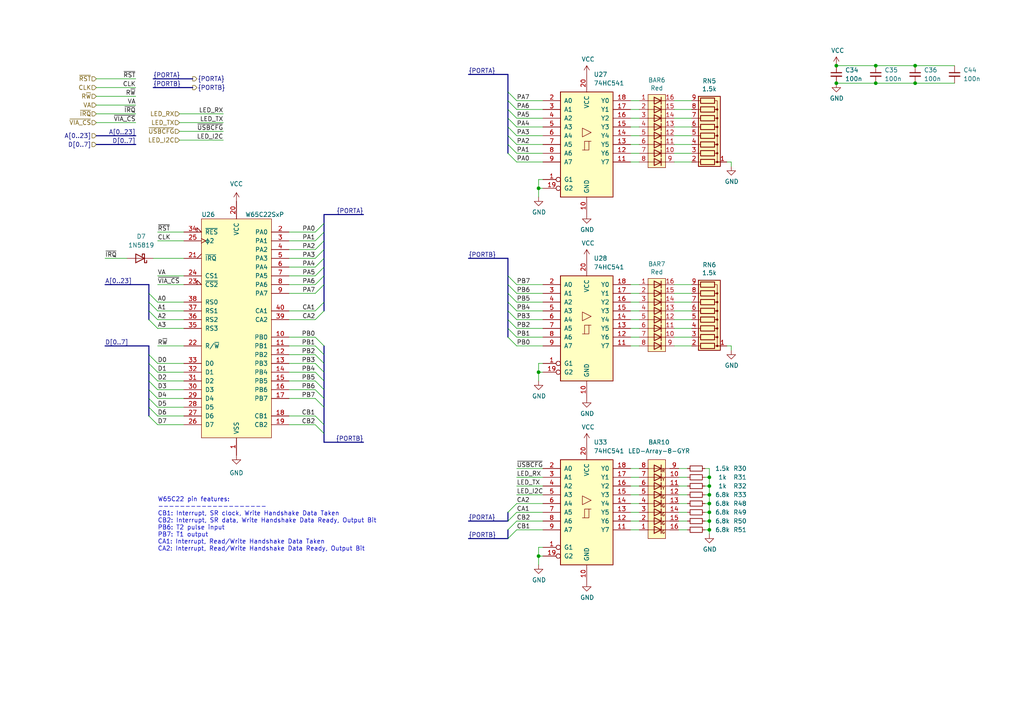
<source format=kicad_sch>
(kicad_sch (version 20250114) (generator "eeschema") (generator_version "9.0")
  (paper "A4")
  (title_block (title "GPIO module") (date "2023-05-23") (rev "A.32") (comment 2 "https://github.com/adrienkohlbecker/BB816") (comment 3 "Licensed under CERN-OHL-W v2") (comment 4 "Copyright © 2022-2023 Adrien Kohlbecker"))
  (lib_symbols
    (symbol "74xx:74LS541" (pin_names (offset 1.016))
      (property "Reference" "U" (at -7.62 16.51 0))
      (property "Value" "74LS541" (at -7.62 -16.51 0))
      (symbol "74LS541_1_0"
        (polyline (pts (xy -1.27 -1.6002) (xy 0.635 -1.6002) (xy 0.635 0.9398) (xy 1.27 0.9398)))
        (polyline (pts (xy -0.635 -1.6002) (xy -0.635 0.9398) (xy 0.635 0.9398)))
        (polyline (pts (xy 1.27 3.4798) (xy -1.27 4.7498) (xy -1.27 2.2098) (xy 1.27 3.4798)) (stroke (width 0.1524)))
        (pin input line (at -12.7 12.7 0) (length 5.08) (name "A0") (number "2"))
        (pin input line (at -12.7 10.16 0) (length 5.08) (name "A1") (number "3"))
        (pin input line (at -12.7 7.62 0) (length 5.08) (name "A2") (number "4"))
        (pin input line (at -12.7 5.08 0) (length 5.08) (name "A3") (number "5"))
        (pin input line (at -12.7 2.54 0) (length 5.08) (name "A4") (number "6"))
        (pin input line (at -12.7 0 0) (length 5.08) (name "A5") (number "7"))
        (pin input line (at -12.7 -2.54 0) (length 5.08) (name "A6") (number "8"))
        (pin input line (at -12.7 -5.08 0) (length 5.08) (name "A7") (number "9"))
        (pin input inverted (at -12.7 -10.16 0) (length 5.08) (name "G1") (number "1"))
        (pin input inverted (at -12.7 -12.7 0) (length 5.08) (name "G2") (number "19"))
        (pin power_in line (at 0 20.32 270) (length 5.08) (name "VCC") (number "20"))
        (pin power_in line (at 0 -20.32 90) (length 5.08) (name "GND") (number "10"))
        (pin tri_state line (at 12.7 12.7 180) (length 5.08) (name "Y0") (number "18"))
        (pin tri_state line (at 12.7 10.16 180) (length 5.08) (name "Y1") (number "17"))
        (pin tri_state line (at 12.7 7.62 180) (length 5.08) (name "Y2") (number "16"))
        (pin tri_state line (at 12.7 5.08 180) (length 5.08) (name "Y3") (number "15"))
        (pin tri_state line (at 12.7 2.54 180) (length 5.08) (name "Y4") (number "14"))
        (pin tri_state line (at 12.7 0 180) (length 5.08) (name "Y5") (number "13"))
        (pin tri_state line (at 12.7 -2.54 180) (length 5.08) (name "Y6") (number "12"))
        (pin tri_state line (at 12.7 -5.08 180) (length 5.08) (name "Y7") (number "11"))
      )
      (symbol "74LS541_1_1"
        (rectangle (start -7.62 15.24) (end 7.62 -15.24) (stroke (width 0.254)) (fill (type background)))
      )
    )
    (symbol "BB816:LED-Array-8" (pin_names (offset 1.016) (hide yes))
      (property "Reference" "BAR" (at 0 11.938 0))
      (property "Value" "LED-Array-8" (at 0.762 -12.065 0))
      (symbol "LED-Array-8_0_1"
        (polyline (pts (xy -2.54 8.89) (xy 2.54 8.89)))
        (polyline (pts (xy -2.54 6.35) (xy 2.54 6.35)))
        (polyline (pts (xy -2.54 3.81) (xy 2.54 3.81)))
        (polyline (pts (xy -2.54 -1.27) (xy 2.54 -1.27)))
        (polyline (pts (xy -2.54 -6.35) (xy 2.54 -6.35)))
        (polyline (pts (xy -2.54 -8.89) (xy 2.54 -8.89)))
        (polyline (pts (xy -0.762 9.906) (xy -0.762 7.874) (xy 1.27 8.89) (xy -0.762 9.906)) (stroke (width 0.254)))
        (polyline (pts (xy -0.762 7.366) (xy -0.762 5.334) (xy 1.27 6.35) (xy -0.762 7.366)) (stroke (width 0.254)))
        (polyline (pts (xy -0.762 4.826) (xy -0.762 2.794) (xy 1.27 3.81) (xy -0.762 4.826)) (stroke (width 0.254)))
        (polyline (pts (xy -0.762 2.286) (xy -0.762 0.254) (xy 1.27 1.27) (xy -0.762 2.286)) (stroke (width 0.254)))
        (polyline (pts (xy -0.762 -0.254) (xy -0.762 -2.286) (xy 1.27 -1.27) (xy -0.762 -0.254)) (stroke (width 0.254)))
        (polyline (pts (xy -0.762 -2.794) (xy -0.762 -4.826) (xy 1.27 -3.81) (xy -0.762 -2.794)) (stroke (width 0.254)))
        (polyline (pts (xy -0.762 -5.334) (xy -0.762 -7.366) (xy 1.27 -6.35) (xy -0.762 -5.334)) (stroke (width 0.254)))
        (polyline (pts (xy -0.762 -7.874) (xy -0.762 -9.906) (xy 1.27 -8.89) (xy -0.762 -7.874)) (stroke (width 0.254)))
        (polyline (pts (xy 1.27 9.906) (xy 1.27 7.874)) (stroke (width 0.254)))
        (polyline (pts (xy 1.27 7.366) (xy 1.27 5.334)) (stroke (width 0.254)))
        (polyline (pts (xy 1.27 4.826) (xy 1.27 2.794)) (stroke (width 0.254)))
        (polyline (pts (xy 1.27 2.286) (xy 1.27 0.254)) (stroke (width 0.254)))
        (polyline (pts (xy 1.27 -0.254) (xy 1.27 -2.286)) (stroke (width 0.254)))
        (polyline (pts (xy 1.27 -2.794) (xy 1.27 -4.826)) (stroke (width 0.254)))
        (polyline (pts (xy 1.27 -5.334) (xy 1.27 -7.366)) (stroke (width 0.254)))
        (polyline (pts (xy 1.27 -7.874) (xy 1.27 -9.906)) (stroke (width 0.254)))
        (rectangle (start 2.54 10.668) (end -2.54 -10.541) (fill (type background)))
        (polyline (pts (xy 2.54 1.27) (xy -2.54 1.27)))
        (polyline (pts (xy 2.54 -3.81) (xy -2.54 -3.81)))
      )
      (symbol "LED-Array-8_1_1"
        (pin passive line (at -5.08 8.89 0) (length 2.54) (name "A") (number "1"))
        (pin passive line (at -5.08 6.35 0) (length 2.54) (name "A") (number "2"))
        (pin passive line (at -5.08 3.81 0) (length 2.54) (name "A") (number "3"))
        (pin passive line (at -5.08 1.27 0) (length 2.54) (name "A") (number "4"))
        (pin passive line (at -5.08 -1.27 0) (length 2.54) (name "A") (number "5"))
        (pin passive line (at -5.08 -3.81 0) (length 2.54) (name "A") (number "6"))
        (pin passive line (at -5.08 -6.35 0) (length 2.54) (name "A") (number "7"))
        (pin passive line (at -5.08 -8.89 0) (length 2.54) (name "A") (number "8"))
        (pin passive line (at 5.08 8.89 180) (length 2.54) (name "K") (number "16"))
        (pin passive line (at 5.08 6.35 180) (length 2.54) (name "K") (number "15"))
        (pin passive line (at 5.08 3.81 180) (length 2.54) (name "K") (number "14"))
        (pin passive line (at 5.08 1.27 180) (length 2.54) (name "K") (number "13"))
        (pin passive line (at 5.08 -1.27 180) (length 2.54) (name "K") (number "12"))
        (pin passive line (at 5.08 -3.81 180) (length 2.54) (name "K") (number "11"))
        (pin passive line (at 5.08 -6.35 180) (length 2.54) (name "K") (number "10"))
        (pin passive line (at 5.08 -8.89 180) (length 2.54) (name "K") (number "9"))
      )
    )
    (symbol "BB816:LED-Array-8-GYR" (pin_names (offset 1.016) (hide yes))
      (property "Reference" "BAR" (at 0 11.938 0))
      (property "Value" "LED-Array-8-GYR" (at 1.27 -17.78 0))
      (symbol "LED-Array-8-GYR_0_0"
        (rectangle (start -2.54 8.89) (end 2.54 -13.97) (fill (type background)))
        (text "G" (at 1.905 6.985 0) (effects (font (size 0.9 0.9))))
        (text "G" (at 1.905 4.445 0) (effects (font (size 0.9 0.9))))
        (text "G" (at 1.905 1.905 0) (effects (font (size 0.9 0.9))))
        (text "G" (at 1.905 -0.635 0) (effects (font (size 0.9 0.9))))
        (text "G" (at 1.905 -3.175 0) (effects (font (size 0.9 0.9))))
        (text "Y" (at 1.905 -5.715 0) (effects (font (size 0.9 0.9))))
        (text "Y" (at 1.905 -8.255 0) (effects (font (size 0.9 0.9))))
        (text "R" (at 1.905 -10.795 0) (effects (font (size 0.9 0.9))))
      )
      (symbol "LED-Array-8-GYR_0_1"
        (polyline (pts (xy -2.54 6.35) (xy 3.81 6.35)))
        (polyline (pts (xy -2.54 3.81) (xy 3.81 3.81)))
        (polyline (pts (xy -2.54 -1.27) (xy 3.81 -1.27)))
        (polyline (pts (xy -2.54 -6.35) (xy 3.81 -6.35)))
        (polyline (pts (xy -2.54 -8.89) (xy 3.81 -8.89)))
        (polyline (pts (xy -2.54 -11.43) (xy 3.81 -11.43)))
        (polyline (pts (xy -0.762 7.366) (xy -0.762 5.334) (xy 1.27 6.35) (xy -0.762 7.366)) (stroke (width 0.254)))
        (polyline (pts (xy -0.762 4.826) (xy -0.762 2.794) (xy 1.27 3.81) (xy -0.762 4.826)) (stroke (width 0.254)))
        (polyline (pts (xy -0.762 2.286) (xy -0.762 0.254) (xy 1.27 1.27) (xy -0.762 2.286)) (stroke (width 0.254)))
        (polyline (pts (xy -0.762 -0.254) (xy -0.762 -2.286) (xy 1.27 -1.27) (xy -0.762 -0.254)) (stroke (width 0.254)))
        (polyline (pts (xy -0.762 -2.794) (xy -0.762 -4.826) (xy 1.27 -3.81) (xy -0.762 -2.794)) (stroke (width 0.254)))
        (polyline (pts (xy -0.762 -5.334) (xy -0.762 -7.366) (xy 1.27 -6.35) (xy -0.762 -5.334)) (stroke (width 0.254)))
        (polyline (pts (xy -0.762 -7.874) (xy -0.762 -9.906) (xy 1.27 -8.89) (xy -0.762 -7.874)) (stroke (width 0.254)))
        (polyline (pts (xy -0.762 -10.414) (xy -0.762 -12.446) (xy 1.27 -11.43) (xy -0.762 -10.414)) (stroke (width 0.254)))
        (polyline (pts (xy 1.27 7.366) (xy 1.27 5.334)) (stroke (width 0.254)))
        (polyline (pts (xy 1.27 4.826) (xy 1.27 2.794)) (stroke (width 0.254)))
        (polyline (pts (xy 1.27 2.286) (xy 1.27 0.254)) (stroke (width 0.254)))
        (polyline (pts (xy 1.27 -0.254) (xy 1.27 -2.286)) (stroke (width 0.254)))
        (polyline (pts (xy 1.27 -2.794) (xy 1.27 -4.826)) (stroke (width 0.254)))
        (polyline (pts (xy 1.27 -5.334) (xy 1.27 -7.366)) (stroke (width 0.254)))
        (polyline (pts (xy 1.27 -7.874) (xy 1.27 -9.906)) (stroke (width 0.254)))
        (polyline (pts (xy 1.27 -10.414) (xy 1.27 -12.446)) (stroke (width 0.254)))
        (polyline (pts (xy 3.81 1.27) (xy -2.54 1.27)))
        (polyline (pts (xy 3.81 -3.81) (xy -2.54 -3.81)))
      )
      (symbol "LED-Array-8-GYR_1_1"
        (pin passive line (at -5.08 6.35 0) (length 2.54) (name "A") (number "1"))
        (pin passive line (at -5.08 3.81 0) (length 2.54) (name "A") (number "2"))
        (pin passive line (at -5.08 1.27 0) (length 2.54) (name "A") (number "3"))
        (pin passive line (at -5.08 -1.27 0) (length 2.54) (name "A") (number "4"))
        (pin passive line (at -5.08 -3.81 0) (length 2.54) (name "A") (number "5"))
        (pin passive line (at -5.08 -6.35 0) (length 2.54) (name "A") (number "6"))
        (pin passive line (at -5.08 -8.89 0) (length 2.54) (name "A") (number "7"))
        (pin passive line (at -5.08 -11.43 0) (length 2.54) (name "A") (number "8"))
        (pin passive line (at 6.35 6.35 180) (length 2.54) (name "K") (number "16"))
        (pin passive line (at 6.35 3.81 180) (length 2.54) (name "K") (number "15"))
        (pin passive line (at 6.35 1.27 180) (length 2.54) (name "K") (number "14"))
        (pin passive line (at 6.35 -1.27 180) (length 2.54) (name "K") (number "13"))
        (pin passive line (at 6.35 -3.81 180) (length 2.54) (name "K") (number "12"))
        (pin passive line (at 6.35 -6.35 180) (length 2.54) (name "K") (number "11"))
        (pin passive line (at 6.35 -8.89 180) (length 2.54) (name "K") (number "10"))
        (pin passive line (at 6.35 -11.43 180) (length 2.54) (name "K") (number "9"))
      )
    )
    (symbol "BB816:W65C22SxP" (pin_names (offset 1.016))
      (property "Reference" "U" (at -10.16 33.02 0))
      (property "Value" "W65C22SxP" (at 0 0 90))
      (symbol "W65C22SxP_0_1"
        (rectangle (start -10.16 31.75) (end 10.16 -31.75) (fill (type background)))
      )
      (symbol "W65C22SxP_1_1"
        (pin input input_low (at -15.24 27.94 0) (length 5.08) (name "~{RES}") (number "34"))
        (pin input clock (at -15.24 25.4 0) (length 5.08) (name "ϕ2") (number "25"))
        (pin output output_low (at -15.24 20.32 0) (length 5.08) (name "~{IRQ}") (number "21"))
        (pin input line (at -15.24 15.24 0) (length 5.08) (name "CS1") (number "24"))
        (pin input input_low (at -15.24 12.7 0) (length 5.08) (name "~{CS2}") (number "23"))
        (pin input line (at -15.24 7.62 0) (length 5.08) (name "RS0") (number "38"))
        (pin input line (at -15.24 5.08 0) (length 5.08) (name "RS1") (number "37"))
        (pin input line (at -15.24 2.54 0) (length 5.08) (name "RS2") (number "36"))
        (pin input line (at -15.24 0 0) (length 5.08) (name "RS3") (number "35"))
        (pin input line (at -15.24 -5.08 0) (length 5.08) (name "R/~{W}") (number "22"))
        (pin bidirectional line (at -15.24 -10.16 0) (length 5.08) (name "D0") (number "33"))
        (pin bidirectional line (at -15.24 -12.7 0) (length 5.08) (name "D1") (number "32"))
        (pin bidirectional line (at -15.24 -15.24 0) (length 5.08) (name "D2") (number "31"))
        (pin bidirectional line (at -15.24 -17.78 0) (length 5.08) (name "D3") (number "30"))
        (pin bidirectional line (at -15.24 -20.32 0) (length 5.08) (name "D4") (number "29"))
        (pin bidirectional line (at -15.24 -22.86 0) (length 5.08) (name "D5") (number "28"))
        (pin bidirectional line (at -15.24 -25.4 0) (length 5.08) (name "D6") (number "27"))
        (pin bidirectional line (at -15.24 -27.94 0) (length 5.08) (name "D7") (number "26"))
        (pin power_in line (at 0 36.83 270) (length 5.08) (name "VCC") (number "20"))
        (pin power_in line (at 0 -36.83 90) (length 5.08) (name "VSS") (number "1"))
        (pin bidirectional line (at 15.24 27.94 180) (length 5.08) (name "PA0") (number "2"))
        (pin bidirectional line (at 15.24 25.4 180) (length 5.08) (name "PA1") (number "3"))
        (pin bidirectional line (at 15.24 22.86 180) (length 5.08) (name "PA2") (number "4"))
        (pin bidirectional line (at 15.24 20.32 180) (length 5.08) (name "PA3") (number "5"))
        (pin bidirectional line (at 15.24 17.78 180) (length 5.08) (name "PA4") (number "6"))
        (pin bidirectional line (at 15.24 15.24 180) (length 5.08) (name "PA5") (number "7"))
        (pin bidirectional line (at 15.24 12.7 180) (length 5.08) (name "PA6") (number "8"))
        (pin bidirectional line (at 15.24 10.16 180) (length 5.08) (name "PA7") (number "9"))
        (pin input line (at 15.24 5.08 180) (length 5.08) (name "CA1") (number "40"))
        (pin bidirectional line (at 15.24 2.54 180) (length 5.08) (name "CA2") (number "39"))
        (pin bidirectional line (at 15.24 -2.54 180) (length 5.08) (name "PB0") (number "10"))
        (pin bidirectional line (at 15.24 -5.08 180) (length 5.08) (name "PB1") (number "11"))
        (pin bidirectional line (at 15.24 -7.62 180) (length 5.08) (name "PB2") (number "12"))
        (pin bidirectional line (at 15.24 -10.16 180) (length 5.08) (name "PB3") (number "13"))
        (pin bidirectional line (at 15.24 -12.7 180) (length 5.08) (name "PB4") (number "14"))
        (pin bidirectional line (at 15.24 -15.24 180) (length 5.08) (name "PB5") (number "15"))
        (pin bidirectional line (at 15.24 -17.78 180) (length 5.08) (name "PB6") (number "16"))
        (pin bidirectional line (at 15.24 -20.32 180) (length 5.08) (name "PB7") (number "17"))
        (pin input line (at 15.24 -25.4 180) (length 5.08) (name "CB1") (number "18"))
        (pin bidirectional line (at 15.24 -27.94 180) (length 5.08) (name "CB2") (number "19"))
      )
    )
    (symbol "Device:C_Small" (pin_numbers (hide yes)) (pin_names (offset 0.254) (hide yes))
      (property "Reference" "C" (at 0.254 1.778 0))
      (property "Value" "C_Small" (at 0.254 -2.032 0))
      (symbol "C_Small_0_1"
        (polyline (pts (xy -1.524 0.508) (xy 1.524 0.508)) (stroke (width 0.3048)))
        (polyline (pts (xy -1.524 -0.508) (xy 1.524 -0.508)) (stroke (width 0.3302)))
      )
      (symbol "C_Small_1_1"
        (pin passive line (at 0 2.54 270) (length 2.032) (name "~") (number "1"))
        (pin passive line (at 0 -2.54 90) (length 2.032) (name "~") (number "2"))
      )
    )
    (symbol "Device:R_Network08" (pin_names (offset 0) (hide yes))
      (property "Reference" "RN" (at -12.7 0 90))
      (property "Value" "R_Network08" (at 10.16 0 90))
      (symbol "R_Network08_0_1"
        (rectangle (start -11.43 -3.175) (end 8.89 3.175) (stroke (width 0.254)) (fill (type background)))
        (rectangle (start -10.922 1.524) (end -9.398 -2.54) (stroke (width 0.254)))
        (circle (center -10.16 2.286) (radius 0.254) (fill (type outline)))
        (polyline (pts (xy -10.16 1.524) (xy -10.16 2.286) (xy -7.62 2.286) (xy -7.62 1.524)))
        (polyline (pts (xy -10.16 -2.54) (xy -10.16 -3.81)))
        (rectangle (start -8.382 1.524) (end -6.858 -2.54) (stroke (width 0.254)))
        (circle (center -7.62 2.286) (radius 0.254) (fill (type outline)))
        (polyline (pts (xy -7.62 1.524) (xy -7.62 2.286) (xy -5.08 2.286) (xy -5.08 1.524)))
        (polyline (pts (xy -7.62 -2.54) (xy -7.62 -3.81)))
        (rectangle (start -5.842 1.524) (end -4.318 -2.54) (stroke (width 0.254)))
        (circle (center -5.08 2.286) (radius 0.254) (fill (type outline)))
        (polyline (pts (xy -5.08 1.524) (xy -5.08 2.286) (xy -2.54 2.286) (xy -2.54 1.524)))
        (polyline (pts (xy -5.08 -2.54) (xy -5.08 -3.81)))
        (rectangle (start -3.302 1.524) (end -1.778 -2.54) (stroke (width 0.254)))
        (circle (center -2.54 2.286) (radius 0.254) (fill (type outline)))
        (polyline (pts (xy -2.54 1.524) (xy -2.54 2.286) (xy 0 2.286) (xy 0 1.524)))
        (polyline (pts (xy -2.54 -2.54) (xy -2.54 -3.81)))
        (rectangle (start -0.762 1.524) (end 0.762 -2.54) (stroke (width 0.254)))
        (circle (center 0 2.286) (radius 0.254) (fill (type outline)))
        (polyline (pts (xy 0 1.524) (xy 0 2.286) (xy 2.54 2.286) (xy 2.54 1.524)))
        (polyline (pts (xy 0 -2.54) (xy 0 -3.81)))
        (rectangle (start 1.778 1.524) (end 3.302 -2.54) (stroke (width 0.254)))
        (circle (center 2.54 2.286) (radius 0.254) (fill (type outline)))
        (polyline (pts (xy 2.54 1.524) (xy 2.54 2.286) (xy 5.08 2.286) (xy 5.08 1.524)))
        (polyline (pts (xy 2.54 -2.54) (xy 2.54 -3.81)))
        (rectangle (start 4.318 1.524) (end 5.842 -2.54) (stroke (width 0.254)))
        (circle (center 5.08 2.286) (radius 0.254) (fill (type outline)))
        (polyline (pts (xy 5.08 1.524) (xy 5.08 2.286) (xy 7.62 2.286) (xy 7.62 1.524)))
        (polyline (pts (xy 5.08 -2.54) (xy 5.08 -3.81)))
        (rectangle (start 6.858 1.524) (end 8.382 -2.54) (stroke (width 0.254)))
        (polyline (pts (xy 7.62 -2.54) (xy 7.62 -3.81)))
      )
      (symbol "R_Network08_1_1"
        (pin passive line (at -10.16 5.08 270) (length 2.54) (name "common") (number "1"))
        (pin passive line (at -10.16 -5.08 90) (length 1.27) (name "R1") (number "2"))
        (pin passive line (at -7.62 -5.08 90) (length 1.27) (name "R2") (number "3"))
        (pin passive line (at -5.08 -5.08 90) (length 1.27) (name "R3") (number "4"))
        (pin passive line (at -2.54 -5.08 90) (length 1.27) (name "R4") (number "5"))
        (pin passive line (at 0 -5.08 90) (length 1.27) (name "R5") (number "6"))
        (pin passive line (at 2.54 -5.08 90) (length 1.27) (name "R6") (number "7"))
        (pin passive line (at 5.08 -5.08 90) (length 1.27) (name "R7") (number "8"))
        (pin passive line (at 7.62 -5.08 90) (length 1.27) (name "R8") (number "9"))
      )
    )
    (symbol "Device:R_Small" (pin_numbers (hide yes)) (pin_names (offset 0.254) (hide yes))
      (property "Reference" "R" (at 0.762 0.508 0))
      (property "Value" "R_Small" (at 0.762 -1.016 0))
      (symbol "R_Small_0_1"
        (rectangle (start -0.762 1.778) (end 0.762 -1.778) (stroke (width 0.2032)))
      )
      (symbol "R_Small_1_1"
        (pin passive line (at 0 2.54 270) (length 0.762) (name "~") (number "1"))
        (pin passive line (at 0 -2.54 90) (length 0.762) (name "~") (number "2"))
      )
    )
    (symbol "Diode:1N5819" (pin_numbers (hide yes)) (pin_names (offset 1.016) (hide yes))
      (property "Reference" "D" (at 0 2.54 0))
      (property "Value" "1N5819" (at 0 -2.54 0))
      (symbol "1N5819_0_1"
        (polyline (pts (xy -1.905 0.635) (xy -1.905 1.27) (xy -1.27 1.27) (xy -1.27 -1.27) (xy -0.635 -1.27) (xy -0.635 -0.635)) (stroke (width 0.254)))
        (polyline (pts (xy 1.27 1.27) (xy 1.27 -1.27) (xy -1.27 0) (xy 1.27 1.27)) (stroke (width 0.254)))
        (polyline (pts (xy 1.27 0) (xy -1.27 0)))
      )
      (symbol "1N5819_1_1"
        (pin passive line (at -3.81 0 0) (length 2.54) (name "K") (number "1"))
        (pin passive line (at 3.81 0 180) (length 2.54) (name "A") (number "2"))
      )
    )
    (symbol "power:GND" (power) (pin_names (offset 0))
      (property "Value" "GND" (at 0 -3.81 0))
      (symbol "GND_0_1"
        (polyline (pts (xy 0 0) (xy 0 -1.27) (xy 1.27 -1.27) (xy 0 -2.54) (xy -1.27 -1.27) (xy 0 -1.27)))
      )
      (symbol "GND_1_1"
        (pin power_in line (at 0 0 270) (length 0) (hide yes) (name "GND") (number "1"))
      )
    )
    (symbol "power:VCC" (power) (pin_names (offset 0))
      (property "Value" "VCC" (at 0 3.81 0))
      (symbol "VCC_0_1"
        (polyline (pts (xy -0.762 1.27) (xy 0 2.54)))
        (polyline (pts (xy 0 2.54) (xy 0.762 1.27)))
        (polyline (pts (xy 0 0) (xy 0 2.54)))
      )
      (symbol "VCC_1_1"
        (pin power_in line (at 0 0 90) (length 0) (hide yes) (name "VCC") (number "1"))
      )
    )
  )
  (bus_alias "PORTA" (members "PA0" "PA1" "PA2" "PA3" "PA4" "PA5" "PA6" "PA7" "CA1" "CA2"))
  (bus_alias "PORTB" (members "PB0" "PB1" "PB2" "PB3" "PB4" "PB5" "PB6" "PB7" "CB1" "CB2"))
  (text "W65C22 pin features:\n--------------------\nCB1: Interrupt, SR clock, Write Handshake Data Taken\nCB2: Interrupt, SR data, Write Handshake Data Ready, Output Bit\nPB6: T2 pulse input\nPB7: T1 output\nCA1: Interrupt, Read/Write Handshake Data Taken\nCA2: Interrupt, Read/Write Handshake Data Ready, Output Bit" (at 45.72 160.02 0) (effects (font (size 1.27 1.27)) (justify left bottom)))
  (junction (at 205.74 148.59))
  (junction (at 205.74 138.43))
  (junction (at 156.21 54.61))
  (junction (at 156.21 161.29))
  (junction (at 205.74 140.97))
  (junction (at 156.21 107.95))
  (junction (at 205.74 143.51))
  (junction (at 242.57 24.13))
  (junction (at 205.74 151.13))
  (junction (at 254 24.13))
  (junction (at 205.74 146.05))
  (junction (at 242.57 19.05))
  (junction (at 265.43 19.05))
  (junction (at 254 19.05))
  (junction (at 205.74 153.67))
  (junction (at 265.43 24.13))
  (bus_entry (at 93.98 118.11) (size -2.54 -2.54))
  (bus_entry (at 43.18 102.87) (size 2.54 2.54))
  (bus_entry (at 43.18 90.17) (size 2.54 2.54))
  (bus_entry (at 147.32 80.01) (size 2.54 2.54))
  (bus_entry (at 147.32 87.63) (size 2.54 2.54))
  (bus_entry (at 93.98 110.49) (size -2.54 -2.54))
  (bus_entry (at 43.18 87.63) (size 2.54 2.54))
  (bus_entry (at 147.32 34.29) (size 2.54 2.54))
  (bus_entry (at 147.32 31.75) (size 2.54 2.54))
  (bus_entry (at 93.98 115.57) (size -2.54 -2.54))
  (bus_entry (at 147.32 36.83) (size 2.54 2.54))
  (bus_entry (at 43.18 92.71) (size 2.54 2.54))
  (bus_entry (at 93.98 107.95) (size -2.54 -2.54))
  (bus_entry (at 43.18 115.57) (size 2.54 2.54))
  (bus_entry (at 93.98 74.93) (size -2.54 2.54))
  (bus_entry (at 93.98 72.39) (size -2.54 2.54))
  (bus_entry (at 149.86 146.05) (size -2.54 2.54))
  (bus_entry (at 93.98 82.55) (size -2.54 2.54))
  (bus_entry (at 147.32 85.09) (size 2.54 2.54))
  (bus_entry (at 43.18 110.49) (size 2.54 2.54))
  (bus_entry (at 93.98 123.19) (size -2.54 -2.54))
  (bus_entry (at 93.98 80.01) (size -2.54 2.54))
  (bus_entry (at 93.98 67.31) (size -2.54 2.54))
  (bus_entry (at 93.98 105.41) (size -2.54 -2.54))
  (bus_entry (at 147.32 41.91) (size 2.54 2.54))
  (bus_entry (at 43.18 118.11) (size 2.54 2.54))
  (bus_entry (at 147.32 92.71) (size 2.54 2.54))
  (bus_entry (at 93.98 125.73) (size -2.54 -2.54))
  (bus_entry (at 147.32 82.55) (size 2.54 2.54))
  (bus_entry (at 93.98 69.85) (size -2.54 2.54))
  (bus_entry (at 93.98 90.17) (size -2.54 2.54))
  (bus_entry (at 43.18 85.09) (size 2.54 2.54))
  (bus_entry (at 93.98 113.03) (size -2.54 -2.54))
  (bus_entry (at 93.98 100.33) (size -2.54 -2.54))
  (bus_entry (at 93.98 87.63) (size -2.54 2.54))
  (bus_entry (at 93.98 64.77) (size -2.54 2.54))
  (bus_entry (at 147.32 39.37) (size 2.54 2.54))
  (bus_entry (at 147.32 26.67) (size 2.54 2.54))
  (bus_entry (at 149.86 153.67) (size -2.54 2.54))
  (bus_entry (at 147.32 44.45) (size 2.54 2.54))
  (bus_entry (at 93.98 102.87) (size -2.54 -2.54))
  (bus_entry (at 147.32 29.21) (size 2.54 2.54))
  (bus_entry (at 43.18 113.03) (size 2.54 2.54))
  (bus_entry (at 93.98 77.47) (size -2.54 2.54))
  (bus_entry (at 43.18 120.65) (size 2.54 2.54))
  (bus_entry (at 147.32 97.79) (size 2.54 2.54))
  (bus_entry (at 149.86 151.13) (size -2.54 2.54))
  (bus_entry (at 43.18 107.95) (size 2.54 2.54))
  (bus_entry (at 149.86 148.59) (size -2.54 2.54))
  (bus_entry (at 147.32 90.17) (size 2.54 2.54))
  (bus_entry (at 43.18 105.41) (size 2.54 2.54))
  (bus_entry (at 147.32 95.25) (size 2.54 2.54))
  (wire (pts (xy 83.82 72.39) (xy 91.44 72.39)))
  (wire (pts (xy 45.72 123.19) (xy 53.34 123.19)))
  (wire (pts (xy 204.47 148.59) (xy 205.74 148.59)))
  (bus (pts (xy 93.98 90.17) (xy 93.98 87.63)))
  (bus (pts (xy 93.98 82.55) (xy 93.98 80.01)))
  (wire (pts (xy 205.74 146.05) (xy 205.74 148.59)))
  (wire (pts (xy 185.42 135.89) (xy 182.88 135.89)))
  (bus (pts (xy 93.98 80.01) (xy 93.98 77.47)))
  (bus (pts (xy 147.32 21.59) (xy 135.89 21.59)))
  (bus (pts (xy 93.98 123.19) (xy 93.98 125.73)))
  (wire (pts (xy 156.21 105.41) (xy 156.21 107.95)))
  (bus (pts (xy 147.32 31.75) (xy 147.32 34.29)))
  (wire (pts (xy 185.42 39.37) (xy 182.88 39.37)))
  (wire (pts (xy 182.88 41.91) (xy 185.42 41.91)))
  (wire (pts (xy 182.88 148.59) (xy 185.42 148.59)))
  (wire (pts (xy 182.88 143.51) (xy 185.42 143.51)))
  (wire (pts (xy 45.72 120.65) (xy 53.34 120.65)))
  (bus (pts (xy 147.32 90.17) (xy 147.32 92.71)))
  (wire (pts (xy 156.21 54.61) (xy 157.48 54.61)))
  (wire (pts (xy 196.85 138.43) (xy 199.39 138.43)))
  (wire (pts (xy 149.86 138.43) (xy 157.48 138.43)))
  (wire (pts (xy 200.66 92.71) (xy 195.58 92.71)))
  (wire (pts (xy 182.88 100.33) (xy 185.42 100.33)))
  (bus (pts (xy 147.32 74.93) (xy 135.89 74.93)))
  (wire (pts (xy 182.88 138.43) (xy 185.42 138.43)))
  (wire (pts (xy 52.07 33.02) (xy 64.77 33.02)))
  (wire (pts (xy 210.82 46.99) (xy 212.09 46.99)))
  (bus (pts (xy 43.18 115.57) (xy 43.18 118.11)))
  (bus (pts (xy 147.32 29.21) (xy 147.32 31.75)))
  (wire (pts (xy 83.82 82.55) (xy 91.44 82.55)))
  (wire (pts (xy 200.66 87.63) (xy 195.58 87.63)))
  (wire (pts (xy 196.85 146.05) (xy 199.39 146.05)))
  (wire (pts (xy 195.58 46.99) (xy 200.66 46.99)))
  (wire (pts (xy 52.07 35.56) (xy 64.77 35.56)))
  (wire (pts (xy 30.48 74.93) (xy 36.83 74.93)))
  (wire (pts (xy 83.82 67.31) (xy 91.44 67.31)))
  (bus (pts (xy 147.32 34.29) (xy 147.32 36.83)))
  (bus (pts (xy 43.18 113.03) (xy 43.18 115.57)))
  (wire (pts (xy 149.86 140.97) (xy 157.48 140.97)))
  (wire (pts (xy 157.48 46.99) (xy 149.86 46.99)))
  (wire (pts (xy 182.88 31.75) (xy 185.42 31.75)))
  (wire (pts (xy 83.82 107.95) (xy 91.44 107.95)))
  (bus (pts (xy 30.48 100.33) (xy 43.18 100.33)))
  (wire (pts (xy 205.74 153.67) (xy 205.74 154.94)))
  (wire (pts (xy 185.42 151.13) (xy 182.88 151.13)))
  (bus (pts (xy 43.18 102.87) (xy 43.18 105.41)))
  (wire (pts (xy 204.47 143.51) (xy 205.74 143.51)))
  (wire (pts (xy 210.82 100.33) (xy 212.09 100.33)))
  (wire (pts (xy 149.86 146.05) (xy 157.48 146.05)))
  (wire (pts (xy 195.58 95.25) (xy 200.66 95.25)))
  (wire (pts (xy 45.72 92.71) (xy 53.34 92.71)))
  (wire (pts (xy 242.57 19.05) (xy 254 19.05)))
  (wire (pts (xy 39.37 33.02) (xy 27.94 33.02)))
  (wire (pts (xy 156.21 158.75) (xy 157.48 158.75)))
  (wire (pts (xy 205.74 148.59) (xy 205.74 151.13)))
  (bus (pts (xy 93.98 125.73) (xy 93.98 128.27)))
  (wire (pts (xy 196.85 140.97) (xy 199.39 140.97)))
  (bus (pts (xy 147.32 41.91) (xy 147.32 44.45)))
  (bus (pts (xy 43.18 92.71) (xy 43.18 90.17)))
  (wire (pts (xy 182.88 90.17) (xy 185.42 90.17)))
  (wire (pts (xy 196.85 143.51) (xy 199.39 143.51)))
  (wire (pts (xy 39.37 22.86) (xy 27.94 22.86)))
  (wire (pts (xy 156.21 161.29) (xy 157.48 161.29)))
  (wire (pts (xy 45.72 107.95) (xy 53.34 107.95)))
  (bus (pts (xy 93.98 69.85) (xy 93.98 67.31)))
  (bus (pts (xy 43.18 105.41) (xy 43.18 107.95)))
  (wire (pts (xy 45.72 115.57) (xy 53.34 115.57)))
  (wire (pts (xy 182.88 46.99) (xy 185.42 46.99)))
  (wire (pts (xy 83.82 69.85) (xy 91.44 69.85)))
  (bus (pts (xy 93.98 105.41) (xy 93.98 102.87)))
  (wire (pts (xy 204.47 151.13) (xy 205.74 151.13)))
  (wire (pts (xy 149.86 92.71) (xy 157.48 92.71)))
  (wire (pts (xy 156.21 163.83) (xy 156.21 161.29)))
  (bus (pts (xy 93.98 107.95) (xy 93.98 105.41)))
  (wire (pts (xy 185.42 140.97) (xy 182.88 140.97)))
  (wire (pts (xy 212.09 46.99) (xy 212.09 48.26)))
  (wire (pts (xy 149.86 97.79) (xy 157.48 97.79)))
  (bus (pts (xy 44.45 25.4) (xy 55.88 25.4)))
  (wire (pts (xy 45.72 82.55) (xy 53.34 82.55)))
  (wire (pts (xy 185.42 82.55) (xy 182.88 82.55)))
  (wire (pts (xy 185.42 87.63) (xy 182.88 87.63)))
  (wire (pts (xy 185.42 146.05) (xy 182.88 146.05)))
  (bus (pts (xy 30.48 82.55) (xy 43.18 82.55)))
  (wire (pts (xy 196.85 135.89) (xy 199.39 135.89)))
  (wire (pts (xy 205.74 151.13) (xy 205.74 153.67)))
  (wire (pts (xy 149.86 135.89) (xy 157.48 135.89)))
  (bus (pts (xy 93.98 62.23) (xy 105.41 62.23)))
  (bus (pts (xy 43.18 118.11) (xy 43.18 120.65)))
  (wire (pts (xy 157.48 36.83) (xy 149.86 36.83)))
  (wire (pts (xy 204.47 135.89) (xy 205.74 135.89)))
  (bus (pts (xy 93.98 102.87) (xy 93.98 100.33)))
  (wire (pts (xy 156.21 52.07) (xy 156.21 54.61)))
  (bus (pts (xy 147.32 26.67) (xy 147.32 29.21)))
  (wire (pts (xy 195.58 90.17) (xy 200.66 90.17)))
  (wire (pts (xy 212.09 100.33) (xy 212.09 101.6)))
  (bus (pts (xy 43.18 100.33) (xy 43.18 102.87)))
  (bus (pts (xy 93.98 113.03) (xy 93.98 110.49)))
  (bus (pts (xy 43.18 107.95) (xy 43.18 110.49)))
  (wire (pts (xy 242.57 24.13) (xy 254 24.13)))
  (bus (pts (xy 93.98 77.47) (xy 93.98 74.93)))
  (wire (pts (xy 39.37 30.48) (xy 27.94 30.48)))
  (wire (pts (xy 195.58 85.09) (xy 200.66 85.09)))
  (wire (pts (xy 83.82 113.03) (xy 91.44 113.03)))
  (wire (pts (xy 44.45 74.93) (xy 53.34 74.93)))
  (wire (pts (xy 157.48 29.21) (xy 149.86 29.21)))
  (bus (pts (xy 147.32 85.09) (xy 147.32 87.63)))
  (wire (pts (xy 149.86 39.37) (xy 157.48 39.37)))
  (wire (pts (xy 254 24.13) (xy 265.43 24.13)))
  (bus (pts (xy 93.98 87.63) (xy 93.98 82.55)))
  (wire (pts (xy 83.82 120.65) (xy 91.44 120.65)))
  (wire (pts (xy 157.48 153.67) (xy 149.86 153.67)))
  (wire (pts (xy 265.43 24.13) (xy 276.86 24.13)))
  (wire (pts (xy 45.72 105.41) (xy 53.34 105.41)))
  (wire (pts (xy 205.74 140.97) (xy 205.74 143.51)))
  (wire (pts (xy 83.82 74.93) (xy 91.44 74.93)))
  (bus (pts (xy 93.98 67.31) (xy 93.98 64.77)))
  (wire (pts (xy 53.34 80.01) (xy 45.72 80.01)))
  (wire (pts (xy 39.37 27.94) (xy 27.94 27.94)))
  (wire (pts (xy 45.72 100.33) (xy 53.34 100.33)))
  (wire (pts (xy 185.42 34.29) (xy 182.88 34.29)))
  (bus (pts (xy 43.18 90.17) (xy 43.18 87.63)))
  (wire (pts (xy 83.82 80.01) (xy 91.44 80.01)))
  (bus (pts (xy 147.32 153.67) (xy 147.32 156.21)))
  (wire (pts (xy 205.74 138.43) (xy 205.74 140.97)))
  (wire (pts (xy 204.47 140.97) (xy 205.74 140.97)))
  (bus (pts (xy 43.18 87.63) (xy 43.18 85.09)))
  (bus (pts (xy 93.98 72.39) (xy 93.98 69.85)))
  (wire (pts (xy 149.86 143.51) (xy 157.48 143.51)))
  (wire (pts (xy 157.48 87.63) (xy 149.86 87.63)))
  (wire (pts (xy 157.48 148.59) (xy 149.86 148.59)))
  (wire (pts (xy 204.47 146.05) (xy 205.74 146.05)))
  (wire (pts (xy 83.82 97.79) (xy 91.44 97.79)))
  (bus (pts (xy 27.94 39.37) (xy 39.37 39.37)))
  (bus (pts (xy 43.18 82.55) (xy 43.18 85.09)))
  (bus (pts (xy 93.98 118.11) (xy 93.98 115.57)))
  (wire (pts (xy 83.82 85.09) (xy 91.44 85.09)))
  (wire (pts (xy 156.21 52.07) (xy 157.48 52.07)))
  (wire (pts (xy 157.48 90.17) (xy 149.86 90.17)))
  (wire (pts (xy 196.85 153.67) (xy 199.39 153.67)))
  (bus (pts (xy 147.32 74.93) (xy 147.32 80.01)))
  (wire (pts (xy 83.82 123.19) (xy 91.44 123.19)))
  (wire (pts (xy 83.82 77.47) (xy 91.44 77.47)))
  (wire (pts (xy 45.72 87.63) (xy 53.34 87.63)))
  (wire (pts (xy 185.42 29.21) (xy 182.88 29.21)))
  (wire (pts (xy 195.58 100.33) (xy 200.66 100.33)))
  (bus (pts (xy 147.32 92.71) (xy 147.32 95.25)))
  (bus (pts (xy 147.32 87.63) (xy 147.32 90.17)))
  (wire (pts (xy 205.74 135.89) (xy 205.74 138.43)))
  (bus (pts (xy 93.98 110.49) (xy 93.98 107.95)))
  (wire (pts (xy 52.07 38.1) (xy 64.77 38.1)))
  (wire (pts (xy 157.48 85.09) (xy 149.86 85.09)))
  (bus (pts (xy 135.89 151.13) (xy 147.32 151.13)))
  (wire (pts (xy 39.37 25.4) (xy 27.94 25.4)))
  (wire (pts (xy 254 19.05) (xy 265.43 19.05)))
  (wire (pts (xy 182.88 153.67) (xy 185.42 153.67)))
  (wire (pts (xy 45.72 113.03) (xy 53.34 113.03)))
  (wire (pts (xy 157.48 95.25) (xy 149.86 95.25)))
  (wire (pts (xy 157.48 34.29) (xy 149.86 34.29)))
  (wire (pts (xy 200.66 39.37) (xy 195.58 39.37)))
  (wire (pts (xy 157.48 31.75) (xy 149.86 31.75)))
  (wire (pts (xy 39.37 35.56) (xy 27.94 35.56)))
  (wire (pts (xy 83.82 110.49) (xy 91.44 110.49)))
  (bus (pts (xy 93.98 115.57) (xy 93.98 113.03)))
  (wire (pts (xy 204.47 138.43) (xy 205.74 138.43)))
  (bus (pts (xy 147.32 156.21) (xy 135.89 156.21)))
  (wire (pts (xy 205.74 153.67) (xy 204.47 153.67)))
  (wire (pts (xy 195.58 29.21) (xy 200.66 29.21)))
  (wire (pts (xy 149.86 151.13) (xy 157.48 151.13)))
  (wire (pts (xy 91.44 100.33) (xy 83.82 100.33)))
  (wire (pts (xy 156.21 110.49) (xy 156.21 107.95)))
  (bus (pts (xy 147.32 39.37) (xy 147.32 41.91)))
  (wire (pts (xy 185.42 97.79) (xy 182.88 97.79)))
  (bus (pts (xy 147.32 36.83) (xy 147.32 39.37)))
  (wire (pts (xy 156.21 107.95) (xy 157.48 107.95)))
  (bus (pts (xy 93.98 74.93) (xy 93.98 72.39)))
  (wire (pts (xy 195.58 41.91) (xy 200.66 41.91)))
  (wire (pts (xy 205.74 143.51) (xy 205.74 146.05)))
  (wire (pts (xy 195.58 36.83) (xy 200.66 36.83)))
  (wire (pts (xy 83.82 90.17) (xy 91.44 90.17)))
  (wire (pts (xy 83.82 102.87) (xy 91.44 102.87)))
  (bus (pts (xy 43.18 110.49) (xy 43.18 113.03)))
  (bus (pts (xy 147.32 80.01) (xy 147.32 82.55)))
  (wire (pts (xy 195.58 82.55) (xy 200.66 82.55)))
  (bus (pts (xy 147.32 95.25) (xy 147.32 97.79)))
  (wire (pts (xy 182.88 85.09) (xy 185.42 85.09)))
  (wire (pts (xy 200.66 97.79) (xy 195.58 97.79)))
  (bus (pts (xy 93.98 123.19) (xy 93.98 118.11)))
  (wire (pts (xy 91.44 105.41) (xy 83.82 105.41)))
  (wire (pts (xy 83.82 92.71) (xy 91.44 92.71)))
  (wire (pts (xy 52.07 40.64) (xy 64.77 40.64)))
  (wire (pts (xy 45.72 95.25) (xy 53.34 95.25)))
  (wire (pts (xy 195.58 31.75) (xy 200.66 31.75)))
  (wire (pts (xy 157.48 41.91) (xy 149.86 41.91)))
  (wire (pts (xy 45.72 110.49) (xy 53.34 110.49)))
  (wire (pts (xy 149.86 44.45) (xy 157.48 44.45)))
  (bus (pts (xy 147.32 21.59) (xy 147.32 26.67)))
  (wire (pts (xy 182.88 36.83) (xy 185.42 36.83)))
  (wire (pts (xy 196.85 151.13) (xy 199.39 151.13)))
  (wire (pts (xy 45.72 67.31) (xy 53.34 67.31)))
  (bus (pts (xy 147.32 82.55) (xy 147.32 85.09)))
  (wire (pts (xy 200.66 34.29) (xy 195.58 34.29)))
  (wire (pts (xy 156.21 105.41) (xy 157.48 105.41)))
  (bus (pts (xy 147.32 148.59) (xy 147.32 151.13)))
  (wire (pts (xy 45.72 90.17) (xy 53.34 90.17)))
  (wire (pts (xy 157.48 100.33) (xy 149.86 100.33)))
  (bus (pts (xy 93.98 128.27) (xy 105.41 128.27)))
  (wire (pts (xy 200.66 44.45) (xy 195.58 44.45)))
  (wire (pts (xy 45.72 69.85) (xy 53.34 69.85)))
  (bus (pts (xy 44.45 22.86) (xy 55.88 22.86)))
  (wire (pts (xy 185.42 92.71) (xy 182.88 92.71)))
  (bus (pts (xy 27.94 41.91) (xy 39.37 41.91)))
  (wire (pts (xy 185.42 44.45) (xy 182.88 44.45)))
  (wire (pts (xy 156.21 57.15) (xy 156.21 54.61)))
  (wire (pts (xy 157.48 82.55) (xy 149.86 82.55)))
  (wire (pts (xy 196.85 148.59) (xy 199.39 148.59)))
  (bus (pts (xy 93.98 62.23) (xy 93.98 64.77)))
  (wire (pts (xy 265.43 19.05) (xy 276.86 19.05)))
  (wire (pts (xy 182.88 95.25) (xy 185.42 95.25)))
  (wire (pts (xy 83.82 115.57) (xy 91.44 115.57)))
  (wire (pts (xy 156.21 158.75) (xy 156.21 161.29)))
  (wire (pts (xy 45.72 118.11) (xy 53.34 118.11)))
  (label "PB3" (at 91.44 105.41 180))
  (label "D2" (at 45.72 110.49 0))
  (label "D[0..7]" (at 39.37 41.91 180))
  (label "PA0" (at 149.86 46.99 0))
  (label "LED_I2C" (at 149.86 143.51 0))
  (label "PB5" (at 91.44 110.49 180))
  (label "CB1" (at 149.86 153.67 0))
  (label "D0" (at 45.72 105.41 0))
  (label "PB4" (at 149.86 90.17 0))
  (label "PA2" (at 149.86 41.91 0))
  (label "CB2" (at 149.86 151.13 0))
  (label "~{USBCFG}" (at 64.77 38.1 180))
  (label "PA6" (at 91.44 82.55 180))
  (label "A2" (at 45.72 92.71 0))
  (label "{PORTB}" (at 135.89 156.21 0))
  (label "~{RST}" (at 39.37 22.86 180))
  (label "D[0..7]" (at 30.48 100.33 0))
  (label "PA0" (at 91.44 67.31 180))
  (label "A[0..23]" (at 30.48 82.55 0))
  (label "~{VIA_CS}" (at 39.37 35.56 180))
  (label "~{VIA_CS}" (at 45.72 82.55 0))
  (label "PA1" (at 149.86 44.45 0))
  (label "LED_TX" (at 149.86 140.97 0))
  (label "~{RST}" (at 45.72 67.31 0))
  (label "LED_RX" (at 64.77 33.02 180))
  (label "{PORTA}" (at 135.89 21.59 0))
  (label "{PORTB}" (at 44.45 25.4 0))
  (label "CA2" (at 91.44 92.71 180))
  (label "~{IRQ}" (at 30.48 74.93 0))
  (label "PB7" (at 149.86 82.55 0))
  (label "PA1" (at 91.44 69.85 180))
  (label "PA5" (at 149.86 34.29 0))
  (label "A3" (at 45.72 95.25 0))
  (label "PB3" (at 149.86 92.71 0))
  (label "D7" (at 45.72 123.19 0))
  (label "PB6" (at 91.44 113.03 180))
  (label "~{IRQ}" (at 39.37 33.02 180))
  (label "LED_I2C" (at 64.77 40.64 180))
  (label "CA1" (at 149.86 148.59 0))
  (label "CB2" (at 91.44 123.19 180))
  (label "VA" (at 45.72 80.01 0))
  (label "{PORTA}" (at 44.45 22.86 0))
  (label "D1" (at 45.72 107.95 0))
  (label "PA6" (at 149.86 31.75 0))
  (label "PB2" (at 149.86 95.25 0))
  (label "{PORTA}" (at 135.89 151.13 0))
  (label "A[0..23]" (at 39.37 39.37 180))
  (label "PA7" (at 149.86 29.21 0))
  (label "CLK" (at 45.72 69.85 0))
  (label "PA2" (at 91.44 72.39 180))
  (label "D5" (at 45.72 118.11 0))
  (label "PA7" (at 91.44 85.09 180))
  (label "PA4" (at 149.86 36.83 0))
  (label "LED_RX" (at 149.86 138.43 0))
  (label "PA5" (at 91.44 80.01 180))
  (label "PB0" (at 91.44 97.79 180))
  (label "D3" (at 45.72 113.03 0))
  (label "~{USBCFG}" (at 149.86 135.89 0))
  (label "VA" (at 39.37 30.48 180))
  (label "PB1" (at 91.44 100.33 180))
  (label "PA3" (at 91.44 74.93 180))
  (label "PB4" (at 91.44 107.95 180))
  (label "D4" (at 45.72 115.57 0))
  (label "{PORTB}" (at 135.89 74.93 0))
  (label "PA4" (at 91.44 77.47 180))
  (label "PB0" (at 149.86 100.33 0))
  (label "{PORTA}" (at 105.41 62.23 180))
  (label "PB7" (at 91.44 115.57 180))
  (label "A1" (at 45.72 90.17 0))
  (label "PA3" (at 149.86 39.37 0))
  (label "PB2" (at 91.44 102.87 180))
  (label "PB5" (at 149.86 87.63 0))
  (label "R~{W}" (at 39.37 27.94 180))
  (label "D6" (at 45.72 120.65 0))
  (label "PB1" (at 149.86 97.79 0))
  (label "CA2" (at 149.86 146.05 0))
  (label "LED_TX" (at 64.77 35.56 180))
  (label "R~{W}" (at 45.72 100.33 0))
  (label "{PORTB}" (at 105.41 128.27 180))
  (label "CLK" (at 39.37 25.4 180))
  (label "CA1" (at 91.44 90.17 180))
  (label "PB6" (at 149.86 85.09 0))
  (label "CB1" (at 91.44 120.65 180))
  (label "A0" (at 45.72 87.63 0))
  (hierarchical_label "{PORTA}" (shape output) (at 55.88 22.86 0))
  (hierarchical_label "VA" (shape input) (at 27.94 30.48 180))
  (hierarchical_label "~{RST}" (shape input) (at 27.94 22.86 180))
  (hierarchical_label "LED_RX" (shape input) (at 52.07 33.02 180))
  (hierarchical_label "~{IRQ}" (shape input) (at 27.94 33.02 180))
  (hierarchical_label "LED_I2C" (shape input) (at 52.07 40.64 180))
  (hierarchical_label "{PORTB}" (shape output) (at 55.88 25.4 0))
  (hierarchical_label "CLK" (shape input) (at 27.94 25.4 180))
  (hierarchical_label "A[0..23]" (shape input) (at 27.94 39.37 180))
  (hierarchical_label "D[0..7]" (shape input) (at 27.94 41.91 180))
  (hierarchical_label "~{USBCFG}" (shape input) (at 52.07 38.1 180))
  (hierarchical_label "LED_TX" (shape input) (at 52.07 35.56 180))
  (hierarchical_label "~{VIA_CS}" (shape input) (at 27.94 35.56 180))
  (hierarchical_label "R~{W}" (shape input) (at 27.94 27.94 180))
  (symbol (lib_id "Device:R_Network08") (at 205.74 90.17 270) (mirror x) (unit 1)
    (property "Reference" "RN6" (at 205.74 76.835 90))
    (property "Value" "1.5k" (at 205.74 79.1464 90))
    (property "Footprint" "Resistor_THT:R_Array_SIP9" (effects (hide yes)))
    (property "Datasheet" "http://www.vishay.com/docs/31509/csc.pdf" (effects (hide yes)))
  )
  (symbol (lib_id "BB816:LED-Array-8-GYR") (at 190.5 147.32 0) (mirror x) (unit 1)
    (property "Reference" "BAR10" (at 191.135 128.27 0))
    (property "Value" "LED-Array-8-GYR" (at 191.135 130.81 0))
  )
  (symbol (lib_id "Device:C_Small") (at 242.57 21.59 0) (unit 1)
    (property "Reference" "C34" (at 245.11 20.3262 0) (effects (justify left)))
    (property "Value" "100n" (at 245.11 22.8662 0) (effects (justify left)))
  )
  (symbol (lib_id "power:GND") (at 156.21 57.15 0) (unit 1)
    (property "Reference" "#PWR096" (effects (hide yes)))
    (property "Value" "GND" (at 156.337 61.5442 0))
  )
  (symbol (lib_id "74xx:74LS541") (at 170.18 41.91 0) (unit 1)
    (property "Reference" "U27" (at 172.1994 21.59 0) (effects (justify left)))
    (property "Value" "74HC541" (at 172.1994 24.13 0) (effects (justify left)))
    (property "Datasheet" "https://www.ti.com/lit/ds/symlink/sn74hc541.pdf" (effects (hide yes)))
  )
  (symbol (lib_id "power:GND") (at 156.21 110.49 0) (unit 1)
    (property "Reference" "#PWR097" (effects (hide yes)))
    (property "Value" "GND" (at 156.337 114.8842 0))
  )
  (symbol (lib_id "BB816:W65C22SxP") (at 68.58 95.25 0) (unit 1)
    (property "Reference" "U26" (at 58.42 62.23 0) (effects (justify left)))
    (property "Value" "W65C22SxP" (at 71.12 62.23 0) (effects (justify left)))
    (property "Datasheet" "http://www.westerndesigncenter.com/wdc/documentation/w65c22.pdf" (effects (hide yes)))
  )
  (symbol (lib_id "Device:R_Small") (at 201.93 148.59 90) (unit 1)
    (property "Reference" "R49" (at 214.63 148.59 90))
    (property "Value" "6.8k" (at 209.55 148.59 90))
  )
  (symbol (lib_id "74xx:74LS541") (at 170.18 95.25 0) (unit 1)
    (property "Reference" "U28" (at 172.1994 74.93 0) (effects (justify left)))
    (property "Value" "74HC541" (at 172.1994 77.47 0) (effects (justify left)))
    (property "Datasheet" "https://www.ti.com/lit/ds/symlink/sn74hc541.pdf" (effects (hide yes)))
  )
  (symbol (lib_id "power:GND") (at 212.09 101.6 0) (unit 1)
    (property "Reference" "#PWR0103" (effects (hide yes)))
    (property "Value" "GND" (at 212.217 105.9942 0))
  )
  (symbol (lib_id "Device:R_Small") (at 201.93 138.43 90) (unit 1)
    (property "Reference" "R31" (at 214.63 138.43 90))
    (property "Value" "1k" (at 209.55 138.43 90))
  )
  (symbol (lib_id "Device:R_Small") (at 201.93 143.51 90) (unit 1)
    (property "Reference" "R33" (at 214.63 143.51 90))
    (property "Value" "6.8k" (at 209.55 143.51 90))
  )
  (symbol (lib_id "power:VCC") (at 242.57 19.05 0) (unit 1)
    (property "Reference" "#PWR0104" (effects (hide yes)))
    (property "Value" "VCC" (at 242.951 14.6558 0))
  )
  (symbol (lib_id "power:VCC") (at 170.18 21.59 0) (unit 1)
    (property "Reference" "#PWR098" (effects (hide yes)))
    (property "Value" "VCC" (at 170.561 17.1958 0))
  )
  (symbol (lib_id "power:VCC") (at 170.18 128.27 0) (unit 1)
    (property "Reference" "#PWR0141" (effects (hide yes)))
    (property "Value" "VCC" (at 170.561 123.8758 0))
  )
  (symbol (lib_id "Device:C_Small") (at 265.43 21.59 0) (unit 1)
    (property "Reference" "C36" (at 267.97 20.3262 0) (effects (justify left)))
    (property "Value" "100n" (at 267.97 22.8662 0) (effects (justify left)))
  )
  (symbol (lib_id "Device:R_Small") (at 201.93 146.05 90) (unit 1)
    (property "Reference" "R48" (at 214.63 146.05 90))
    (property "Value" "6.8k" (at 209.55 146.05 90))
  )
  (symbol (lib_id "Device:R_Small") (at 201.93 135.89 90) (unit 1)
    (property "Reference" "R30" (at 214.63 135.89 90))
    (property "Value" "1.5k" (at 209.55 135.89 90))
  )
  (symbol (lib_id "Device:R_Small") (at 201.93 140.97 90) (unit 1)
    (property "Reference" "R32" (at 214.63 140.97 90))
    (property "Value" "1k" (at 209.55 140.97 90))
  )
  (symbol (lib_id "Device:C_Small") (at 276.86 21.59 0) (unit 1)
    (property "Reference" "C44" (at 279.4 20.3262 0) (effects (justify left)))
    (property "Value" "100n" (at 279.4 22.8662 0) (effects (justify left)))
  )
  (symbol (lib_id "power:GND") (at 242.57 24.13 0) (unit 1)
    (property "Reference" "#PWR0105" (effects (hide yes)))
    (property "Value" "GND" (at 242.697 28.5242 0))
  )
  (symbol (lib_id "Device:R_Small") (at 201.93 151.13 90) (unit 1)
    (property "Reference" "R50" (at 214.63 151.13 90))
    (property "Value" "6.8k" (at 209.55 151.13 90))
  )
  (symbol (lib_id "power:VCC") (at 170.18 74.93 0) (unit 1)
    (property "Reference" "#PWR0100" (effects (hide yes)))
    (property "Value" "VCC" (at 170.561 70.5358 0))
  )
  (symbol (lib_id "power:GND") (at 212.09 48.26 0) (unit 1)
    (property "Reference" "#PWR0102" (effects (hide yes)))
    (property "Value" "GND" (at 212.217 52.6542 0))
  )
  (symbol (lib_id "power:GND") (at 205.74 154.94 0) (unit 1)
    (property "Reference" "#PWR0143" (effects (hide yes)))
    (property "Value" "GND" (at 205.867 159.3342 0))
  )
  (symbol (lib_id "Diode:1N5819") (at 40.64 74.93 180) (unit 1)
    (property "Reference" "D7" (at 40.9575 68.58 0))
    (property "Value" "1N5819" (at 40.9575 71.12 0))
    (property "Footprint" "Diode_THT:D_DO-41_SOD81_P10.16mm_Horizontal" (effects (hide yes)))
    (property "Datasheet" "http://www.vishay.com/docs/88525/1n5817.pdf" (effects (hide yes)))
  )
  (symbol (lib_id "power:GND") (at 68.58 132.08 0) (unit 1)
    (property "Reference" "#PWR095" (effects (hide yes)))
    (property "Value" "GND" (at 68.58 137.16 0))
  )
  (symbol (lib_id "BB816:LED-Array-8") (at 190.5 38.1 0) (unit 1)
    (property "Reference" "BAR6" (at 190.5 23.241 0))
    (property "Value" "Red" (at 190.5 25.5524 0))
  )
  (symbol (lib_id "power:GND") (at 170.18 62.23 0) (unit 1)
    (property "Reference" "#PWR099" (effects (hide yes)))
    (property "Value" "GND" (at 170.307 66.6242 0))
  )
  (symbol (lib_id "power:GND") (at 170.18 115.57 0) (unit 1)
    (property "Reference" "#PWR0101" (effects (hide yes)))
    (property "Value" "GND" (at 170.307 119.9642 0))
  )
  (symbol (lib_id "power:GND") (at 156.21 163.83 0) (unit 1)
    (property "Reference" "#PWR0140" (effects (hide yes)))
    (property "Value" "GND" (at 156.337 168.2242 0))
  )
  (symbol (lib_id "Device:C_Small") (at 254 21.59 0) (unit 1)
    (property "Reference" "C35" (at 256.54 20.3262 0) (effects (justify left)))
    (property "Value" "100n" (at 256.54 22.8662 0) (effects (justify left)))
  )
  (symbol (lib_id "power:VCC") (at 68.58 58.42 0) (unit 1)
    (property "Reference" "#PWR094" (effects (hide yes)))
    (property "Value" "VCC" (at 68.58 53.34 0))
  )
  (symbol (lib_id "BB816:LED-Array-8") (at 190.5 91.44 0) (unit 1)
    (property "Reference" "BAR7" (at 190.5 76.581 0))
    (property "Value" "Red" (at 190.5 78.8924 0))
  )
  (symbol (lib_id "Device:R_Small") (at 201.93 153.67 90) (unit 1)
    (property "Reference" "R51" (at 214.63 153.67 90))
    (property "Value" "6.8k" (at 209.55 153.67 90))
  )
  (symbol (lib_id "power:GND") (at 170.18 168.91 0) (unit 1)
    (property "Reference" "#PWR0142" (effects (hide yes)))
    (property "Value" "GND" (at 170.307 173.3042 0))
  )
  (symbol (lib_id "Device:R_Network08") (at 205.74 36.83 270) (mirror x) (unit 1)
    (property "Reference" "RN5" (at 205.74 23.495 90))
    (property "Value" "1.5k" (at 205.74 25.8064 90))
    (property "Footprint" "Resistor_THT:R_Array_SIP9" (effects (hide yes)))
    (property "Datasheet" "http://www.vishay.com/docs/31509/csc.pdf" (effects (hide yes)))
  )
  (symbol (lib_id "74xx:74LS541") (at 170.18 148.59 0) (unit 1)
    (property "Reference" "U33" (at 172.1994 128.27 0) (effects (justify left)))
    (property "Value" "74HC541" (at 172.1994 130.81 0) (effects (justify left)))
    (property "Datasheet" "https://www.ti.com/lit/ds/symlink/sn74hc541.pdf" (effects (hide yes)))
  )
)
</source>
